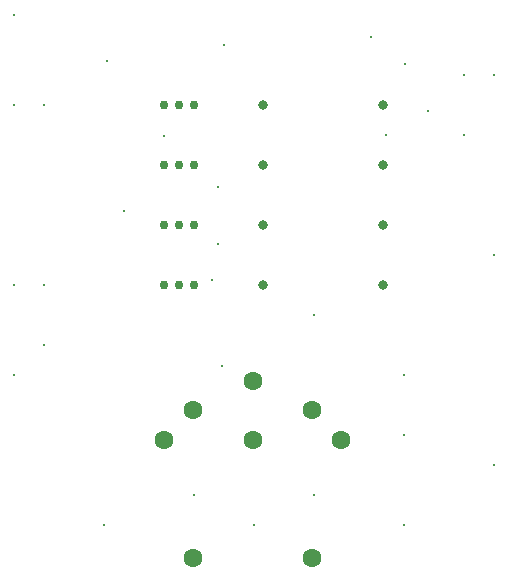
<source format=gbr>
%TF.GenerationSoftware,KiCad,Pcbnew,9.0.5-1.fc42*%
%TF.CreationDate,2025-11-09T17:22:30+08:00*%
%TF.ProjectId,b5s4-XA1541-active,62357334-2d58-4413-9135-34312d616374,1.1*%
%TF.SameCoordinates,Original*%
%TF.FileFunction,Plated,1,2,PTH,Drill*%
%TF.FilePolarity,Positive*%
%FSLAX46Y46*%
G04 Gerber Fmt 4.6, Leading zero omitted, Abs format (unit mm)*
G04 Created by KiCad (PCBNEW 9.0.5-1.fc42) date 2025-11-09 17:22:30*
%MOMM*%
%LPD*%
G01*
G04 APERTURE LIST*
%TA.AperFunction,ViaDrill*%
%ADD10C,0.300000*%
%TD*%
%TA.AperFunction,ComponentDrill*%
%ADD11C,0.750000*%
%TD*%
%TA.AperFunction,ComponentDrill*%
%ADD12C,0.800000*%
%TD*%
%TA.AperFunction,ComponentDrill*%
%ADD13C,1.600000*%
%TD*%
G04 APERTURE END LIST*
D10*
X99060000Y-78740000D03*
X99060000Y-86360000D03*
X99060000Y-101600000D03*
X99060000Y-109220000D03*
X101600000Y-86360000D03*
X101600000Y-101600000D03*
X101600000Y-106680000D03*
X106680000Y-121920000D03*
X106909781Y-82607445D03*
X108348400Y-95332200D03*
X111792500Y-89000300D03*
X114300000Y-119380000D03*
X115830500Y-101129200D03*
X116369264Y-93268681D03*
X116369264Y-98080632D03*
X116716071Y-108441501D03*
X116840000Y-81280000D03*
X119380000Y-121920000D03*
X124460000Y-104140000D03*
X124460000Y-119380000D03*
X129312300Y-80601600D03*
X130588364Y-88846887D03*
X132080000Y-109220000D03*
X132080000Y-114300000D03*
X132080000Y-121920000D03*
X132174100Y-82830400D03*
X134148257Y-86863513D03*
X137160000Y-83820000D03*
X137160000Y-88900000D03*
X139700000Y-83820000D03*
X139700000Y-99060000D03*
X139700000Y-116840000D03*
D11*
%TO.C,Q1*%
X111760000Y-86360000D03*
%TO.C,Q2*%
X111760000Y-91440000D03*
%TO.C,Q3*%
X111760000Y-96520000D03*
%TO.C,Q4*%
X111760000Y-101600000D03*
%TO.C,Q1*%
X113030000Y-86360000D03*
%TO.C,Q2*%
X113030000Y-91440000D03*
%TO.C,Q3*%
X113030000Y-96520000D03*
%TO.C,Q4*%
X113030000Y-101600000D03*
%TO.C,Q1*%
X114300000Y-86360000D03*
%TO.C,Q2*%
X114300000Y-91440000D03*
%TO.C,Q3*%
X114300000Y-96520000D03*
%TO.C,Q4*%
X114300000Y-101600000D03*
D12*
%TO.C,R1*%
X120137600Y-86360000D03*
%TO.C,R2*%
X120137600Y-91440000D03*
%TO.C,R3*%
X120137600Y-96520000D03*
%TO.C,R4*%
X120137600Y-101600000D03*
%TO.C,R1*%
X130297600Y-86360000D03*
%TO.C,R2*%
X130297600Y-91440000D03*
%TO.C,R3*%
X130297600Y-96520000D03*
%TO.C,R4*%
X130297600Y-101600000D03*
D13*
%TO.C,CN2*%
X111764200Y-114669100D03*
X114264200Y-112129100D03*
X114264200Y-124669100D03*
X119264200Y-109669100D03*
X119264200Y-114669100D03*
X124264200Y-112169100D03*
X124264200Y-124669100D03*
X126764200Y-114669100D03*
M02*

</source>
